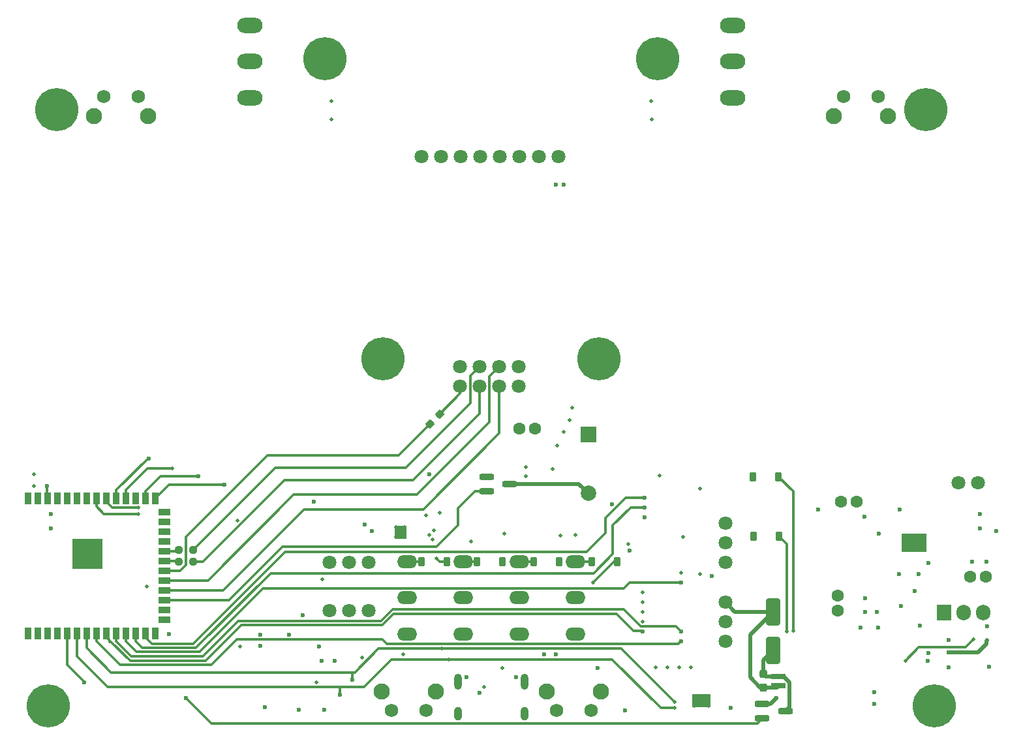
<source format=gbr>
%TF.GenerationSoftware,KiCad,Pcbnew,9.0.2*%
%TF.CreationDate,2025-08-14T19:07:51+07:00*%
%TF.ProjectId,Gamepad PCB,47616d65-7061-4642-9050-43422e6b6963,v03*%
%TF.SameCoordinates,Original*%
%TF.FileFunction,Copper,L4,Bot*%
%TF.FilePolarity,Positive*%
%FSLAX46Y46*%
G04 Gerber Fmt 4.6, Leading zero omitted, Abs format (unit mm)*
G04 Created by KiCad (PCBNEW 9.0.2) date 2025-08-14 19:07:51*
%MOMM*%
%LPD*%
G01*
G04 APERTURE LIST*
G04 Aperture macros list*
%AMRoundRect*
0 Rectangle with rounded corners*
0 $1 Rounding radius*
0 $2 $3 $4 $5 $6 $7 $8 $9 X,Y pos of 4 corners*
0 Add a 4 corners polygon primitive as box body*
4,1,4,$2,$3,$4,$5,$6,$7,$8,$9,$2,$3,0*
0 Add four circle primitives for the rounded corners*
1,1,$1+$1,$2,$3*
1,1,$1+$1,$4,$5*
1,1,$1+$1,$6,$7*
1,1,$1+$1,$8,$9*
0 Add four rect primitives between the rounded corners*
20,1,$1+$1,$2,$3,$4,$5,0*
20,1,$1+$1,$4,$5,$6,$7,0*
20,1,$1+$1,$6,$7,$8,$9,0*
20,1,$1+$1,$8,$9,$2,$3,0*%
G04 Aperture macros list end*
%TA.AperFunction,ComponentPad*%
%ADD10C,3.600000*%
%TD*%
%TA.AperFunction,ConnectorPad*%
%ADD11C,5.600000*%
%TD*%
%TA.AperFunction,ComponentPad*%
%ADD12O,2.600000X1.700000*%
%TD*%
%TA.AperFunction,ComponentPad*%
%ADD13C,2.100000*%
%TD*%
%TA.AperFunction,ComponentPad*%
%ADD14C,1.750000*%
%TD*%
%TA.AperFunction,ComponentPad*%
%ADD15C,1.800000*%
%TD*%
%TA.AperFunction,ComponentPad*%
%ADD16O,3.300000X2.000000*%
%TD*%
%TA.AperFunction,HeatsinkPad*%
%ADD17C,0.500000*%
%TD*%
%TA.AperFunction,HeatsinkPad*%
%ADD18R,1.600000X1.800000*%
%TD*%
%TA.AperFunction,HeatsinkPad*%
%ADD19R,2.400000X1.800000*%
%TD*%
%TA.AperFunction,ComponentPad*%
%ADD20R,2.000000X2.000000*%
%TD*%
%TA.AperFunction,ComponentPad*%
%ADD21C,2.000000*%
%TD*%
%TA.AperFunction,HeatsinkPad*%
%ADD22R,3.200000X2.400000*%
%TD*%
%TA.AperFunction,HeatsinkPad*%
%ADD23O,1.000000X2.100000*%
%TD*%
%TA.AperFunction,HeatsinkPad*%
%ADD24O,1.000000X1.800000*%
%TD*%
%TA.AperFunction,SMDPad,CuDef*%
%ADD25RoundRect,0.225000X0.225000X0.375000X-0.225000X0.375000X-0.225000X-0.375000X0.225000X-0.375000X0*%
%TD*%
%TA.AperFunction,SMDPad,CuDef*%
%ADD26RoundRect,0.200000X-0.750000X-0.200000X0.750000X-0.200000X0.750000X0.200000X-0.750000X0.200000X0*%
%TD*%
%TA.AperFunction,SMDPad,CuDef*%
%ADD27RoundRect,0.237500X0.250000X0.237500X-0.250000X0.237500X-0.250000X-0.237500X0.250000X-0.237500X0*%
%TD*%
%TA.AperFunction,ComponentPad*%
%ADD28C,1.600000*%
%TD*%
%TA.AperFunction,SMDPad,CuDef*%
%ADD29RoundRect,0.250000X-0.650000X1.500000X-0.650000X-1.500000X0.650000X-1.500000X0.650000X1.500000X0*%
%TD*%
%TA.AperFunction,SMDPad,CuDef*%
%ADD30R,0.900000X1.500000*%
%TD*%
%TA.AperFunction,SMDPad,CuDef*%
%ADD31R,1.500000X0.900000*%
%TD*%
%TA.AperFunction,HeatsinkPad*%
%ADD32C,0.600000*%
%TD*%
%TA.AperFunction,SMDPad,CuDef*%
%ADD33R,3.900000X3.900000*%
%TD*%
%TA.AperFunction,SMDPad,CuDef*%
%ADD34RoundRect,0.237500X0.237500X-0.300000X0.237500X0.300000X-0.237500X0.300000X-0.237500X-0.300000X0*%
%TD*%
%TA.AperFunction,SMDPad,CuDef*%
%ADD35RoundRect,0.237500X-0.008839X-0.344715X0.344715X0.008839X0.008839X0.344715X-0.344715X-0.008839X0*%
%TD*%
%TA.AperFunction,SMDPad,CuDef*%
%ADD36RoundRect,0.190000X0.780000X-0.190000X0.780000X0.190000X-0.780000X0.190000X-0.780000X-0.190000X0*%
%TD*%
%TA.AperFunction,ComponentPad*%
%ADD37R,1.905000X2.000000*%
%TD*%
%TA.AperFunction,ComponentPad*%
%ADD38O,1.905000X2.000000*%
%TD*%
%TA.AperFunction,ViaPad*%
%ADD39C,0.600000*%
%TD*%
%TA.AperFunction,ViaPad*%
%ADD40C,0.500000*%
%TD*%
%TA.AperFunction,Conductor*%
%ADD41C,0.500000*%
%TD*%
%TA.AperFunction,Conductor*%
%ADD42C,0.300000*%
%TD*%
G04 APERTURE END LIST*
D10*
%TO.P,H8,1*%
%TO.N,N/C*%
X168000000Y-90000000D03*
D11*
X168000000Y-90000000D03*
%TD*%
D10*
%TO.P,H5,1*%
%TO.N,N/C*%
X97610000Y-57610000D03*
D11*
X97610000Y-57610000D03*
%TD*%
D12*
%TO.P,SW19,1,A*%
%TO.N,Net-(D7-A)*%
X164940000Y-116300000D03*
%TO.P,SW19,2,B*%
%TO.N,Net-(SW11A-B)*%
X164940000Y-121000000D03*
%TO.P,SW19,3*%
%TO.N,N/C*%
X164940000Y-125700000D03*
%TD*%
D10*
%TO.P,H1,1*%
%TO.N,N/C*%
X132400000Y-51000000D03*
D11*
X132400000Y-51000000D03*
%TD*%
D13*
%TO.P,SW3,*%
%TO.N,*%
X146800000Y-133147501D03*
X139790000Y-133147500D03*
D14*
%TO.P,SW3,1,1*%
%TO.N,GND*%
X145550000Y-135637500D03*
%TO.P,SW3,2,2*%
%TO.N,/IO0*%
X141049999Y-135637500D03*
%TD*%
D10*
%TO.P,H2,1*%
%TO.N,N/C*%
X175600000Y-51000000D03*
D11*
X175600000Y-51000000D03*
%TD*%
D15*
%TO.P,J7,1,Pin_1*%
%TO.N,/IO17*%
X145000000Y-63750000D03*
%TO.P,J7,2,Pin_2*%
%TO.N,/IO18*%
X147540000Y-63750000D03*
%TO.P,J7,3,Pin_3*%
%TO.N,/IO19*%
X150079999Y-63750000D03*
%TO.P,J7,4,Pin_4*%
%TO.N,/IO20*%
X152620000Y-63750000D03*
%TO.P,J7,5,Pin_5*%
%TO.N,/MOSI*%
X155160000Y-63750000D03*
%TO.P,J7,6,Pin_6*%
%TO.N,/CLK*%
X157700000Y-63750000D03*
%TO.P,J7,7,Pin_7*%
%TO.N,+3.3V_Perip*%
X160240000Y-63750000D03*
%TO.P,J7,8,Pin_8*%
%TO.N,GND*%
X162780001Y-63750000D03*
%TD*%
D10*
%TO.P,H7,1*%
%TO.N,N/C*%
X140000000Y-90000000D03*
D11*
X140000000Y-90000000D03*
%TD*%
D16*
%TO.P,SW16,1,A*%
%TO.N,Net-(D10-A)*%
X185310000Y-56110000D03*
%TO.P,SW16,2,B*%
%TO.N,Net-(SW12A-B)*%
X185310000Y-51410000D03*
%TO.P,SW16,3*%
%TO.N,N/C*%
X185310000Y-46710000D03*
%TD*%
D17*
%TO.P,U11,11*%
%TO.N,N/C*%
X141670000Y-111820000D03*
X141670000Y-113120000D03*
D18*
X142220000Y-112470000D03*
D17*
X142770000Y-111820000D03*
X142770000Y-113120000D03*
%TD*%
D12*
%TO.P,SW7,1,A*%
%TO.N,Net-(D19-A)*%
X143060000Y-116300000D03*
%TO.P,SW7,2,B*%
%TO.N,Net-(SW11A-B)*%
X143060000Y-121000000D03*
%TO.P,SW7,3*%
%TO.N,N/C*%
X143060000Y-125700000D03*
%TD*%
D17*
%TO.P,U2,9,EP*%
%TO.N,unconnected-(U2-EP-Pad9)_6*%
X182250000Y-135025000D03*
%TO.N,unconnected-(U2-EP-Pad9)*%
X182250000Y-133725000D03*
%TO.N,unconnected-(U2-EP-Pad9)_5*%
X182249999Y-134375000D03*
D19*
%TO.N,unconnected-(U2-EP-Pad9)_4*%
X181300000Y-134375000D03*
D17*
%TO.N,unconnected-(U2-EP-Pad9)_3*%
X180350001Y-134375000D03*
%TO.N,unconnected-(U2-EP-Pad9)_7*%
X180350000Y-135025000D03*
%TO.N,unconnected-(U2-EP-Pad9)_2*%
X180350000Y-133725000D03*
%TD*%
D20*
%TO.P,BZ1,1,+*%
%TO.N,+3.3V_Perip*%
X166600000Y-99800000D03*
D21*
%TO.P,BZ1,2,-*%
%TO.N,Net-(BZ1--)*%
X166600000Y-107400001D03*
%TD*%
D12*
%TO.P,SW15,1,A*%
%TO.N,Net-(D11-A)*%
X157650000Y-116300000D03*
%TO.P,SW15,2,B*%
%TO.N,Net-(SW11A-B)*%
X157650000Y-121000000D03*
%TO.P,SW15,3*%
%TO.N,N/C*%
X157650000Y-125700000D03*
%TD*%
D16*
%TO.P,SW12,1,A*%
%TO.N,Net-(D14-A)*%
X122690000Y-56110000D03*
%TO.P,SW12,2,B*%
%TO.N,Net-(SW12A-B)*%
X122690000Y-51410000D03*
%TO.P,SW12,3*%
%TO.N,N/C*%
X122690000Y-46710000D03*
%TD*%
D17*
%TO.P,U7,9*%
%TO.N,N/C*%
X207500000Y-114800000D03*
X208850000Y-114800000D03*
X210200000Y-114800000D03*
D22*
X208850000Y-113850000D03*
D17*
X207500000Y-112900000D03*
X208850000Y-112900000D03*
X210200000Y-112900000D03*
%TD*%
D10*
%TO.P,H4,1*%
%TO.N,N/C*%
X211500000Y-135000000D03*
D11*
X211500000Y-135000000D03*
%TD*%
D10*
%TO.P,H6,1*%
%TO.N,N/C*%
X210390000Y-57610000D03*
D11*
X210390000Y-57610000D03*
%TD*%
D10*
%TO.P,H3,1*%
%TO.N,N/C*%
X96500000Y-135000000D03*
D11*
X96500000Y-135000000D03*
%TD*%
D23*
%TO.P,J1,S1,SHIELD*%
%TO.N,GND*%
X149680000Y-131895000D03*
D24*
X149680000Y-136075000D03*
D23*
X158320000Y-131895000D03*
D24*
X158320000Y-136075000D03*
%TD*%
D13*
%TO.P,SW2,*%
%TO.N,*%
X168250000Y-133147500D03*
X161240000Y-133147500D03*
D14*
%TO.P,SW2,1,1*%
%TO.N,GND*%
X167000000Y-135637500D03*
%TO.P,SW2,2,2*%
%TO.N,/EN*%
X162500000Y-135637500D03*
%TD*%
D12*
%TO.P,SW11,1,A*%
%TO.N,Net-(D15-A)*%
X150350000Y-116300000D03*
%TO.P,SW11,2,B*%
%TO.N,Net-(SW11A-B)*%
X150350000Y-121000000D03*
%TO.P,SW11,3*%
%TO.N,N/C*%
X150350000Y-125700000D03*
%TD*%
D25*
%TO.P,D13,1,K*%
%TO.N,Net-(D10-K)*%
X191350000Y-113000000D03*
%TO.P,D13,2,A*%
%TO.N,Net-(D13-A)*%
X188050000Y-113000000D03*
%TD*%
D15*
%TO.P,J6,1,Pin_1*%
%TO.N,+3.3V_Perip*%
X138080000Y-116400000D03*
%TO.P,J6,2,Pin_2*%
%TO.N,Net-(J6-Pin_2)*%
X135540000Y-116400000D03*
%TO.P,J6,3,Pin_3*%
%TO.N,GND*%
X133000000Y-116400000D03*
%TD*%
D26*
%TO.P,Q8,1*%
%TO.N,/IO48*%
X189200000Y-136650000D03*
%TO.P,Q8,2*%
%TO.N,GND*%
X189200000Y-134750000D03*
%TO.P,Q8,3*%
%TO.N,Net-(D4-A)*%
X192200000Y-135700000D03*
%TD*%
D27*
%TO.P,R12,1*%
%TO.N,/CLK*%
X115300000Y-116300000D03*
%TO.P,R12,2*%
%TO.N,Net-(U6-IO12)*%
X113475000Y-116300000D03*
%TD*%
D28*
%TO.P,C2,1*%
%TO.N,+3.3V*%
X159700000Y-99000000D03*
%TO.P,C2,2*%
%TO.N,GND*%
X157699999Y-99000000D03*
%TD*%
D29*
%TO.P,D4,1,K*%
%TO.N,+3.3V_Perip*%
X190600000Y-122800000D03*
%TO.P,D4,2,A*%
%TO.N,Net-(D4-A)*%
X190600000Y-127800000D03*
%TD*%
D30*
%TO.P,U6,1,GND*%
%TO.N,GND*%
X93880000Y-108085000D03*
%TO.P,U6,2,3V3*%
%TO.N,+3.3V*%
X95150000Y-108085000D03*
%TO.P,U6,3,EN*%
%TO.N,/EN*%
X96420000Y-108085000D03*
%TO.P,U6,4,IO4*%
%TO.N,unconnected-(U6-IO4-Pad4)*%
X97690000Y-108085000D03*
%TO.P,U6,5,IO5*%
%TO.N,unconnected-(U6-IO5-Pad5)*%
X98960000Y-108085000D03*
%TO.P,U6,6,IO6*%
%TO.N,unconnected-(U6-IO6-Pad6)*%
X100230000Y-108085000D03*
%TO.P,U6,7,IO7*%
%TO.N,unconnected-(U6-IO7-Pad7)*%
X101500000Y-108085000D03*
%TO.P,U6,8,IO15*%
%TO.N,/RGB_LED*%
X102770000Y-108085000D03*
%TO.P,U6,9,IO16*%
%TO.N,/DEFAULT_LED*%
X104040000Y-108085000D03*
%TO.P,U6,10,IO17*%
%TO.N,/IO17*%
X105310000Y-108085000D03*
%TO.P,U6,11,IO18*%
%TO.N,/IO18*%
X106580000Y-108085000D03*
%TO.P,U6,12,IO8*%
%TO.N,unconnected-(U6-IO8-Pad12)*%
X107850000Y-108085000D03*
%TO.P,U6,13,IO19*%
%TO.N,/IO19*%
X109120000Y-108085000D03*
%TO.P,U6,14,IO20*%
%TO.N,/IO20*%
X110390000Y-108085000D03*
D31*
%TO.P,U6,15,IO3*%
%TO.N,unconnected-(U6-IO3-Pad15)*%
X111640000Y-109850000D03*
%TO.P,U6,16,IO46*%
%TO.N,unconnected-(U6-IO46-Pad16)*%
X111640000Y-111120000D03*
%TO.P,U6,17,IO9*%
%TO.N,unconnected-(U6-IO9-Pad17)*%
X111640000Y-112390000D03*
%TO.P,U6,18,IO10*%
%TO.N,unconnected-(U6-IO10-Pad18)*%
X111640000Y-113660000D03*
%TO.P,U6,19,IO11*%
%TO.N,Net-(U6-IO11)*%
X111640000Y-114930000D03*
%TO.P,U6,20,IO12*%
%TO.N,Net-(U6-IO12)*%
X111640000Y-116200000D03*
%TO.P,U6,21,IO13*%
%TO.N,/MISO*%
X111640000Y-117470000D03*
%TO.P,U6,22,IO14*%
%TO.N,/IO14*%
X111640000Y-118740000D03*
%TO.P,U6,23,IO21*%
%TO.N,/IO21*%
X111640000Y-120010000D03*
%TO.P,U6,24,IO47*%
%TO.N,/IO47*%
X111640000Y-121280000D03*
%TO.P,U6,25,IO48*%
%TO.N,/IO48*%
X111640000Y-122550000D03*
%TO.P,U6,26,IO45*%
%TO.N,unconnected-(U6-IO45-Pad26)*%
X111640000Y-123820000D03*
D30*
%TO.P,U6,27,IO0*%
%TO.N,/IO0*%
X110390000Y-125585000D03*
%TO.P,U6,28,IO35*%
%TO.N,/IO35*%
X109120000Y-125585000D03*
%TO.P,U6,29,IO36*%
%TO.N,/IO36*%
X107850000Y-125585000D03*
%TO.P,U6,30,IO37*%
%TO.N,/IO37*%
X106580000Y-125585000D03*
%TO.P,U6,31,IO38*%
%TO.N,/IO38*%
X105310000Y-125585000D03*
%TO.P,U6,32,IO39*%
%TO.N,/IO39*%
X104040000Y-125585000D03*
%TO.P,U6,33,IO40*%
%TO.N,/IO40*%
X102770000Y-125585000D03*
%TO.P,U6,34,IO41*%
%TO.N,/SDA*%
X101500000Y-125585000D03*
%TO.P,U6,35,IO42*%
%TO.N,/SCL*%
X100230000Y-125585000D03*
%TO.P,U6,36,RXD0*%
%TO.N,/TXD*%
X98960000Y-125585000D03*
%TO.P,U6,37,TXD0*%
%TO.N,/RXD*%
X97690000Y-125585000D03*
%TO.P,U6,38,IO2*%
%TO.N,unconnected-(U6-IO2-Pad38)*%
X96420000Y-125585000D03*
%TO.P,U6,39,IO1*%
%TO.N,unconnected-(U6-IO1-Pad39)*%
X95150000Y-125585000D03*
%TO.P,U6,40,GND*%
%TO.N,GND*%
X93880000Y-125585000D03*
D32*
%TO.P,U6,41,GND*%
X102300000Y-113935000D03*
X100900000Y-113935000D03*
X103000000Y-114635000D03*
X101600000Y-114635000D03*
X100200000Y-114635000D03*
X102300000Y-115335000D03*
D33*
X101600000Y-115335000D03*
D32*
X100900000Y-115335000D03*
X103000000Y-116035000D03*
X101600000Y-116035000D03*
X100200000Y-116035000D03*
X102300000Y-116735000D03*
X100900000Y-116735000D03*
%TD*%
D28*
%TO.P,C6,1*%
%TO.N,Net-(D1-K)*%
X199000000Y-120699999D03*
%TO.P,C6,2*%
%TO.N,GND*%
X199000000Y-122699999D03*
%TD*%
D15*
%TO.P,J5,1,Pin_1*%
%TO.N,+3.3V_Perip*%
X138100000Y-122700000D03*
%TO.P,J5,2,Pin_2*%
%TO.N,Net-(J5-Pin_2)*%
X135560000Y-122700000D03*
%TO.P,J5,3,Pin_3*%
%TO.N,GND*%
X133020000Y-122700000D03*
%TD*%
D34*
%TO.P,C20,1*%
%TO.N,+3.3V_Perip*%
X189300000Y-132625002D03*
%TO.P,C20,2*%
%TO.N,Net-(D4-A)*%
X189300000Y-130900000D03*
%TD*%
D28*
%TO.P,C10,1*%
%TO.N,Net-(D1-K)*%
X199400000Y-108550000D03*
%TO.P,C10,2*%
%TO.N,GND*%
X201400000Y-108550000D03*
%TD*%
D25*
%TO.P,D11,1,K*%
%TO.N,Net-(D10-K)*%
X162800000Y-116300000D03*
%TO.P,D11,2,A*%
%TO.N,Net-(D11-A)*%
X159500000Y-116300000D03*
%TD*%
D35*
%TO.P,R14,1*%
%TO.N,/MISO*%
X146054765Y-98445235D03*
%TO.P,R14,2*%
%TO.N,Net-(U4-MISO)*%
X147345235Y-97154765D03*
%TD*%
D13*
%TO.P,SW4,*%
%TO.N,*%
X109475500Y-58452499D03*
X102465500Y-58452500D03*
D14*
%TO.P,SW4,1,1*%
%TO.N,Net-(SW12A-B)*%
X108225500Y-55962500D03*
%TO.P,SW4,2,2*%
%TO.N,Net-(D18-A)*%
X103725499Y-55962500D03*
%TD*%
D25*
%TO.P,D7,1,K*%
%TO.N,Net-(D6-K)*%
X170400000Y-116300000D03*
%TO.P,D7,2,A*%
%TO.N,Net-(D7-A)*%
X167100000Y-116300000D03*
%TD*%
D27*
%TO.P,R13,1*%
%TO.N,/MOSI*%
X115300000Y-114810000D03*
%TO.P,R13,2*%
%TO.N,Net-(U6-IO11)*%
X113475000Y-114810000D03*
%TD*%
D28*
%TO.P,C16,1*%
%TO.N,+BATT*%
X216200000Y-118300000D03*
%TO.P,C16,2*%
%TO.N,GND*%
X218200000Y-118300000D03*
%TD*%
D15*
%TO.P,J2,1,A*%
%TO.N,Net-(J2-A)*%
X214609999Y-106100000D03*
%TO.P,J2,2,B*%
%TO.N,Net-(J2-B)*%
X217149999Y-106100000D03*
%TD*%
D13*
%TO.P,SW8,*%
%TO.N,*%
X205475500Y-58452499D03*
X198465500Y-58452500D03*
D14*
%TO.P,SW8,1,1*%
%TO.N,Net-(D6-A)*%
X204225500Y-55962500D03*
%TO.P,SW8,2,2*%
%TO.N,Net-(SW12A-B)*%
X199725499Y-55962500D03*
%TD*%
D15*
%TO.P,J4,1,Pin_1*%
%TO.N,+3.3V_Perip*%
X184400000Y-111300000D03*
%TO.P,J4,2,Pin_2*%
%TO.N,Net-(J4-Pin_2)*%
X184400000Y-113840000D03*
%TO.P,J4,3,Pin_3*%
%TO.N,GND*%
X184400000Y-116380000D03*
%TD*%
D36*
%TO.P,M1,1,+*%
%TO.N,+3.3V_Perip*%
X191312500Y-132400000D03*
%TO.P,M1,2,-*%
%TO.N,Net-(D4-A)*%
X191312500Y-131200000D03*
%TD*%
D25*
%TO.P,D15,1,K*%
%TO.N,Net-(D14-K)*%
X155500000Y-116300000D03*
%TO.P,D15,2,A*%
%TO.N,Net-(D15-A)*%
X152200000Y-116300000D03*
%TD*%
D15*
%TO.P,U4,1,GND*%
%TO.N,GND*%
X157620000Y-93500000D03*
%TO.P,U4,2,VCC*%
%TO.N,+3.3V*%
X157620000Y-90960000D03*
%TO.P,U4,3,CE*%
%TO.N,/IO21*%
X155080000Y-93500000D03*
%TO.P,U4,4,~{CSN}*%
%TO.N,/IO14*%
X155080000Y-90960000D03*
%TO.P,U4,5,SCK*%
%TO.N,/CLK*%
X152540000Y-93500000D03*
%TO.P,U4,6,MOSI*%
%TO.N,/MOSI*%
X152540000Y-90960000D03*
%TO.P,U4,7,MISO*%
%TO.N,Net-(U4-MISO)*%
X150000000Y-93500000D03*
%TO.P,U4,8,IRQ*%
%TO.N,unconnected-(U4-IRQ-Pad8)*%
X150000000Y-90960000D03*
%TD*%
D25*
%TO.P,D9,1,K*%
%TO.N,Net-(D6-K)*%
X191300000Y-105300000D03*
%TO.P,D9,2,A*%
%TO.N,Net-(D9-A)*%
X188000000Y-105300000D03*
%TD*%
D15*
%TO.P,J3,1,Pin_1*%
%TO.N,+3.3V_Perip*%
X184400000Y-121600000D03*
%TO.P,J3,2,Pin_2*%
%TO.N,Net-(J3-Pin_2)*%
X184400000Y-124140000D03*
%TO.P,J3,3,Pin_3*%
%TO.N,GND*%
X184400000Y-126680000D03*
%TD*%
D26*
%TO.P,Q7,1*%
%TO.N,/IO47*%
X153400000Y-107200000D03*
%TO.P,Q7,2*%
%TO.N,GND*%
X153400000Y-105300000D03*
%TO.P,Q7,3*%
%TO.N,Net-(BZ1--)*%
X156400000Y-106250000D03*
%TD*%
D25*
%TO.P,D19,1,K*%
%TO.N,Net-(D18-K)*%
X148250000Y-116300000D03*
%TO.P,D19,2,A*%
%TO.N,Net-(D19-A)*%
X144950000Y-116300000D03*
%TD*%
D37*
%TO.P,Q3,1*%
%TO.N,Net-(Q3-Pad1)*%
X212820000Y-122950000D03*
D38*
%TO.P,Q3,2*%
%TO.N,+BATT*%
X215360000Y-122950000D03*
%TO.P,Q3,3*%
%TO.N,Net-(J2-A)*%
X217900000Y-122950000D03*
%TD*%
D39*
%TO.N,+3.3V_Perip*%
X202500000Y-121074998D03*
D40*
X147300000Y-110000000D03*
D39*
X182600000Y-118200002D03*
X137600000Y-111500000D03*
X169680053Y-108880053D03*
D40*
X146600000Y-112220000D03*
D39*
%TO.N,GND*%
X138500000Y-112300000D03*
X160900000Y-128350000D03*
D40*
X137300001Y-128750000D03*
D39*
X96900000Y-112000000D03*
X162425002Y-67400000D03*
D40*
X94637499Y-105000000D03*
D39*
X203700000Y-134800000D03*
X203699999Y-133239999D03*
X213400000Y-130000000D03*
X204100000Y-122800000D03*
X131000000Y-108500000D03*
D40*
X145553081Y-110297085D03*
D39*
X209500000Y-117900000D03*
D40*
X178900000Y-113079999D03*
D39*
X127756250Y-125770000D03*
X219587500Y-112337500D03*
D40*
X155500000Y-130100000D03*
D39*
X124050000Y-127270000D03*
D40*
X93880000Y-108085000D03*
D39*
X210750000Y-128200000D03*
D40*
X131300000Y-132000000D03*
D39*
X93880000Y-125585000D03*
X163400000Y-67400000D03*
X96899999Y-110150000D03*
X146000000Y-104925000D03*
X171400000Y-135575000D03*
X202450000Y-110500000D03*
X112162501Y-125700000D03*
X204224999Y-124875001D03*
X162400000Y-128374998D03*
X131700000Y-127300000D03*
X202500000Y-122800000D03*
X191000000Y-134000000D03*
X204300000Y-112650000D03*
X150800000Y-131320000D03*
X206900000Y-117900000D03*
D40*
X94637499Y-106500000D03*
D39*
X218600000Y-129925002D03*
D40*
X181100000Y-106850000D03*
D39*
X157200000Y-131320000D03*
X209000000Y-120100000D03*
D40*
X178650000Y-117729999D03*
D39*
X185100000Y-135262501D03*
X207175000Y-122100000D03*
D40*
X181150000Y-117925000D03*
X175900000Y-105125000D03*
D39*
X133700000Y-129200000D03*
D40*
X153091821Y-132548463D03*
D39*
X153400000Y-105300000D03*
%TO.N,+BATT*%
X218400000Y-124687500D03*
X210700000Y-129200000D03*
%TO.N,+3.3V*%
X201950000Y-124900002D03*
X131975000Y-129200000D03*
X95149999Y-108085000D03*
D40*
X162000000Y-104300000D03*
D39*
X124050000Y-125770000D03*
X132350000Y-135500000D03*
%TO.N,VBUS*%
X210755000Y-116500000D03*
X207000000Y-109549999D03*
X167800000Y-130100000D03*
X152481642Y-133350000D03*
X209650000Y-124600000D03*
D40*
X142600000Y-128300000D03*
%TO.N,Net-(C18-Pad1)*%
X158550000Y-105250000D03*
X207750000Y-129150000D03*
X216600000Y-126400000D03*
D39*
%TO.N,/EN*%
X96420000Y-108085000D03*
X96362501Y-106500000D03*
%TO.N,/DTR*%
X124630762Y-135150001D03*
X129081378Y-135490689D03*
%TO.N,Net-(Q5-Pad1)*%
X213400000Y-128100000D03*
D40*
X158550000Y-104050000D03*
X218400000Y-126512500D03*
D39*
X213350000Y-126450000D03*
D40*
%TO.N,Net-(D6-K)*%
X164500000Y-96300000D03*
X167200000Y-119000000D03*
X173650000Y-124079999D03*
X193200000Y-125300000D03*
X174850000Y-58900000D03*
X121400000Y-127300000D03*
X175400000Y-130000000D03*
X164940000Y-112840000D03*
D39*
%TO.N,Net-(U12-A2)*%
X171989237Y-114870002D03*
X129550000Y-123250000D03*
D40*
%TO.N,Net-(SW11A-B)*%
X171801323Y-114001323D03*
%TO.N,/SCL*%
X177800000Y-135300003D03*
X148500000Y-129000000D03*
D39*
X134400000Y-133575000D03*
%TO.N,/SDA*%
X136000000Y-131600000D03*
D40*
X177800000Y-134500000D03*
X147600000Y-127600000D03*
D39*
%TO.N,/IO17*%
X109600000Y-102900000D03*
D40*
%TO.N,/IO18*%
X112600000Y-104200000D03*
D39*
%TO.N,/IO20*%
X119400000Y-106300003D03*
%TO.N,/IO19*%
X116000000Y-105200000D03*
%TO.N,Net-(U8-OC)*%
X217400000Y-110100002D03*
X216400002Y-116300000D03*
%TO.N,Net-(U8-OD)*%
X217400000Y-112000000D03*
X218300000Y-116300000D03*
%TO.N,Net-(D9-A)*%
X188000000Y-105300000D03*
%TO.N,Net-(U12-A3)*%
X196460000Y-109500000D03*
X173900000Y-110540000D03*
D40*
%TO.N,Net-(J3-Pin_2)*%
X146400000Y-113470000D03*
%TO.N,Net-(J4-Pin_2)*%
X145970000Y-112870000D03*
D39*
%TO.N,/IO36*%
X173900000Y-109270001D03*
%TO.N,/IO35*%
X173900000Y-108000000D03*
%TO.N,/IO37*%
X178650000Y-119000000D03*
%TO.N,/IO38*%
X178650000Y-125350000D03*
%TO.N,/IO40*%
X178650000Y-126620001D03*
%TO.N,/IO39*%
X173650000Y-125350000D03*
%TO.N,/IO48*%
X114400000Y-134000000D03*
X111640000Y-122550000D03*
%TO.N,/IO0*%
X110437499Y-125700000D03*
D40*
%TO.N,Net-(D10-K)*%
X173650000Y-122810000D03*
X174800000Y-56500000D03*
X176900000Y-130000000D03*
X192400000Y-125400000D03*
X162800000Y-116300000D03*
X163000000Y-112900000D03*
X164200000Y-97900000D03*
X109300000Y-119500000D03*
D39*
%TO.N,Net-(D13-A)*%
X188050000Y-113000000D03*
D40*
%TO.N,Net-(D14-K)*%
X173650000Y-121540000D03*
X133300000Y-56500000D03*
X178400000Y-130000000D03*
X132100000Y-118600000D03*
X155500000Y-116300000D03*
X155700000Y-112700000D03*
X163400000Y-99500000D03*
%TO.N,Net-(D18-K)*%
X146900000Y-115900000D03*
X121050735Y-111000735D03*
X173650000Y-120270001D03*
X133300000Y-58900000D03*
X179900000Y-130000000D03*
X162600000Y-101200000D03*
X151400000Y-113700000D03*
%TO.N,/DEFAULT_LED*%
X108200000Y-109300000D03*
%TO.N,/RGB_LED*%
X108200000Y-110100000D03*
D39*
%TO.N,/TXD*%
X101200000Y-132000000D03*
%TO.N,/RXD*%
X97690000Y-125585000D03*
%TD*%
D41*
%TO.N,+3.3V_Perip*%
X191087498Y-132625002D02*
X191312500Y-132400000D01*
X187600000Y-131300000D02*
X188925002Y-132625002D01*
X189300000Y-132625002D02*
X191087498Y-132625002D01*
X188925002Y-132625002D02*
X189300000Y-132625002D01*
X184400000Y-121600000D02*
X185600000Y-122800000D01*
X187600000Y-125800000D02*
X187600000Y-131300000D01*
X185600000Y-122800000D02*
X190600000Y-122800000D01*
X190600000Y-122800000D02*
X187600000Y-125800000D01*
%TO.N,Net-(BZ1--)*%
X156400000Y-106250000D02*
X160449999Y-106250000D01*
X160449999Y-106250000D02*
X160499999Y-106200000D01*
X165399999Y-106200000D02*
X166600000Y-107400001D01*
X160499999Y-106200000D02*
X165399999Y-106200000D01*
%TO.N,GND*%
X189200000Y-134750000D02*
X190250000Y-134750000D01*
X190250000Y-134750000D02*
X191000000Y-134000000D01*
D42*
%TO.N,Net-(C18-Pad1)*%
X207750000Y-129150000D02*
X209500000Y-127400000D01*
X215600000Y-127400000D02*
X216600000Y-126400000D01*
X209500000Y-127400000D02*
X215600000Y-127400000D01*
D41*
%TO.N,Net-(D4-A)*%
X192733500Y-135166500D02*
X192200000Y-135700000D01*
X189300000Y-130900000D02*
X189300000Y-129100000D01*
X192733500Y-131939226D02*
X192733500Y-135166500D01*
X191994274Y-131200000D02*
X192733500Y-131939226D01*
X189600000Y-131200000D02*
X189300000Y-130900000D01*
X191312500Y-131200000D02*
X189600000Y-131200000D01*
X189300000Y-129100000D02*
X190600000Y-127800000D01*
D42*
%TO.N,/EN*%
X96362501Y-108027501D02*
X96362501Y-106500000D01*
%TO.N,/CLK*%
X116600000Y-116300000D02*
X127200000Y-105700000D01*
X152540000Y-97060000D02*
X152540000Y-93500000D01*
X115300000Y-116300000D02*
X116600000Y-116300000D01*
X127200000Y-105700000D02*
X143900000Y-105700000D01*
X143900000Y-105700000D02*
X152540000Y-97060000D01*
%TO.N,/MOSI*%
X151289000Y-95711000D02*
X151289000Y-92211000D01*
X142900000Y-104100000D02*
X151289000Y-95711000D01*
X126010000Y-104100000D02*
X142900000Y-104100000D01*
X115300000Y-114810000D02*
X126010000Y-104100000D01*
X151289000Y-92211000D02*
X152540000Y-90960000D01*
D41*
%TO.N,Net-(Q5-Pad1)*%
X218400000Y-126512500D02*
X218300000Y-126612500D01*
X218300000Y-126612500D02*
X218300000Y-127000000D01*
X218300000Y-127000000D02*
X217200000Y-128100000D01*
X217200000Y-128100000D02*
X213400000Y-128100000D01*
D42*
%TO.N,Net-(D6-K)*%
X193200000Y-107200000D02*
X193200000Y-125300000D01*
X191300000Y-105300000D02*
X193200000Y-107200000D01*
X170400000Y-116300000D02*
X169900000Y-116300000D01*
X169900000Y-116300000D02*
X167200000Y-119000000D01*
%TO.N,/IO21*%
X111640000Y-120010000D02*
X119190000Y-120010000D01*
X155080000Y-99620000D02*
X155080000Y-93500000D01*
X145200000Y-109500000D02*
X155080000Y-99620000D01*
X119190000Y-120010000D02*
X129700000Y-109500000D01*
X129700000Y-109500000D02*
X145200000Y-109500000D01*
%TO.N,/MISO*%
X111640000Y-117470000D02*
X113631346Y-117470000D01*
X114400000Y-116701346D02*
X114400000Y-113100000D01*
X113631346Y-117470000D02*
X114400000Y-116701346D01*
X125000000Y-102500000D02*
X142000000Y-102500000D01*
X142000000Y-102500000D02*
X146054765Y-98445235D01*
X114400000Y-113100000D02*
X125000000Y-102500000D01*
%TO.N,/SCL*%
X162130346Y-129025998D02*
X162104348Y-129000000D01*
X162695652Y-129000000D02*
X162669654Y-129025998D01*
X137500000Y-132600000D02*
X134400000Y-132600000D01*
X169700000Y-129000000D02*
X162695652Y-129000000D01*
X104200000Y-132600000D02*
X100230000Y-128630000D01*
X100230000Y-128630000D02*
X100230000Y-125585000D01*
X134400000Y-132600000D02*
X134400000Y-133575000D01*
X177800000Y-135300003D02*
X176000003Y-135300003D01*
X141100000Y-129000000D02*
X137500000Y-132600000D01*
X162104348Y-129000000D02*
X141100000Y-129000000D01*
X176000003Y-135300003D02*
X169700000Y-129000000D01*
X162669654Y-129025998D02*
X162130346Y-129025998D01*
X134400000Y-132600000D02*
X104200000Y-132600000D01*
%TO.N,/SDA*%
X104700000Y-130700000D02*
X101500000Y-127500000D01*
X136000000Y-130700000D02*
X104700000Y-130700000D01*
X147600000Y-127600000D02*
X170900000Y-127600000D01*
X170900000Y-127600000D02*
X177800000Y-134500000D01*
X136000000Y-130700000D02*
X136000000Y-131600000D01*
X139400000Y-127600000D02*
X136300000Y-130700000D01*
X136300000Y-130700000D02*
X136000000Y-130700000D01*
X101500000Y-127500000D02*
X101500000Y-125585000D01*
X147600000Y-127600000D02*
X139400000Y-127600000D01*
%TO.N,/IO14*%
X128400000Y-107600000D02*
X144400000Y-107600000D01*
X111640000Y-118740000D02*
X117260000Y-118740000D01*
X117260000Y-118740000D02*
X128400000Y-107600000D01*
X153800000Y-92240000D02*
X155080000Y-90960000D01*
X153800000Y-98200000D02*
X153800000Y-92240000D01*
X144400000Y-107600000D02*
X153800000Y-98200000D01*
%TO.N,/IO17*%
X109445000Y-102900000D02*
X105310000Y-107035000D01*
X109600000Y-102900000D02*
X109445000Y-102900000D01*
X105310000Y-107035000D02*
X105310000Y-108085000D01*
%TO.N,Net-(D7-A)*%
X164940000Y-116300000D02*
X166991480Y-116300000D01*
%TO.N,/IO18*%
X109400000Y-104200000D02*
X112600000Y-104200000D01*
X106580000Y-107035000D02*
X108915003Y-104699997D01*
X106580000Y-108085000D02*
X106580000Y-107035000D01*
X108915003Y-104684997D02*
X109400000Y-104200000D01*
X108915003Y-104699997D02*
X108915003Y-104684997D01*
%TO.N,/IO20*%
X119400000Y-106300003D02*
X112174997Y-106300003D01*
X112174997Y-106300003D02*
X110390000Y-108085000D01*
%TO.N,/IO19*%
X109120000Y-107180000D02*
X109120000Y-108085000D01*
X116000000Y-105200000D02*
X111100000Y-105200000D01*
X111100000Y-105200000D02*
X109120000Y-107180000D01*
%TO.N,Net-(U6-IO12)*%
X111640000Y-116200000D02*
X113375000Y-116200000D01*
%TO.N,Net-(U6-IO11)*%
X111640000Y-114930000D02*
X113355000Y-114930000D01*
%TO.N,Net-(U4-MISO)*%
X150000000Y-94500000D02*
X150000000Y-93499999D01*
X147345235Y-97154765D02*
X150000000Y-94500000D01*
%TO.N,/IO36*%
X107850000Y-126635000D02*
X108716000Y-127501000D01*
X172129999Y-109270001D02*
X173900000Y-109270001D01*
X169800000Y-111600000D02*
X172129999Y-109270001D01*
X169800000Y-115300000D02*
X169800000Y-111600000D01*
X115699000Y-127501000D02*
X125400000Y-117800000D01*
X125400000Y-117800000D02*
X167300000Y-117800000D01*
X107850000Y-125585000D02*
X107850000Y-126635000D01*
X167300000Y-117800000D02*
X169800000Y-115300000D01*
X108716000Y-127501000D02*
X115699000Y-127501000D01*
%TO.N,/IO35*%
X166349000Y-115000000D02*
X168800000Y-112549000D01*
X109120000Y-126120000D02*
X110000000Y-127000000D01*
X171479346Y-108000000D02*
X173900000Y-108000000D01*
X168800000Y-110679346D02*
X171479346Y-108000000D01*
X115300000Y-127000000D02*
X127300000Y-115000000D01*
X110000000Y-127000000D02*
X115300000Y-127000000D01*
X168800000Y-112549000D02*
X168800000Y-110679346D01*
X127300000Y-115000000D02*
X166349000Y-115000000D01*
%TO.N,/IO37*%
X172000000Y-119000000D02*
X178650000Y-119000000D01*
X124400000Y-119800000D02*
X171200000Y-119800000D01*
X116198000Y-128002000D02*
X124400000Y-119800000D01*
X107947000Y-128002000D02*
X116198000Y-128002000D01*
X171200000Y-119800000D02*
X172000000Y-119000000D01*
X106580000Y-126635000D02*
X107947000Y-128002000D01*
X106580000Y-125585000D02*
X106580000Y-126635000D01*
%TO.N,/IO38*%
X139700000Y-124000000D02*
X141200000Y-122500000D01*
X173401057Y-124680999D02*
X177980999Y-124680999D01*
X107275000Y-128600000D02*
X116600000Y-128600000D01*
X121200000Y-124000000D02*
X139700000Y-124000000D01*
X171220058Y-122500000D02*
X173401057Y-124680999D01*
X105310000Y-125585000D02*
X105310000Y-126635000D01*
X116600000Y-128600000D02*
X121200000Y-124000000D01*
X105310000Y-126635000D02*
X107275000Y-128600000D01*
X141200000Y-122500000D02*
X171220058Y-122500000D01*
X177980999Y-124680999D02*
X178650000Y-125350000D01*
%TO.N,/IO40*%
X139900000Y-126421000D02*
X140479000Y-127000000D01*
X140479000Y-127000000D02*
X178270001Y-127000000D01*
X118280346Y-129099000D02*
X118301000Y-129099000D01*
X102770000Y-125585000D02*
X102770000Y-126635000D01*
X102770000Y-126635000D02*
X105836000Y-129701000D01*
X178270001Y-127000000D02*
X178650000Y-126620001D01*
X105836000Y-129701000D02*
X117699000Y-129701000D01*
X117899000Y-129480346D02*
X118280346Y-129099000D01*
X117899000Y-129501000D02*
X117899000Y-129480346D01*
X120979000Y-126421000D02*
X139900000Y-126421000D01*
X117699000Y-129701000D02*
X117899000Y-129501000D01*
X118301000Y-129099000D02*
X120979000Y-126421000D01*
%TO.N,/IO39*%
X141308520Y-123100000D02*
X170300000Y-123100000D01*
X104040000Y-126073520D02*
X104509000Y-126542520D01*
X173600000Y-125300000D02*
X173650000Y-125350000D01*
X104509000Y-126686000D02*
X104652480Y-126686000D01*
X107166480Y-129200000D02*
X116900000Y-129200000D01*
X116900000Y-129200000D02*
X121599000Y-124501000D01*
X104652480Y-126686000D02*
X107166480Y-129200000D01*
X121599000Y-124501000D02*
X139907520Y-124501000D01*
X172500000Y-125300000D02*
X173600000Y-125300000D01*
X104509000Y-126542520D02*
X104509000Y-126686000D01*
X139907520Y-124501000D02*
X141308520Y-123100000D01*
X170300000Y-123100000D02*
X172500000Y-125300000D01*
%TO.N,/IO48*%
X117726000Y-137326000D02*
X114400000Y-134000000D01*
X189200000Y-136650000D02*
X188524000Y-137326000D01*
X188524000Y-137326000D02*
X117726000Y-137326000D01*
%TO.N,/IO47*%
X146900000Y-114400000D02*
X126900000Y-114400000D01*
X120020000Y-121280000D02*
X111640000Y-121280000D01*
X149700000Y-109400000D02*
X149700000Y-111600000D01*
X126900000Y-114400000D02*
X120020000Y-121280000D01*
X153400000Y-107200000D02*
X151900000Y-107200000D01*
X151900000Y-107200000D02*
X149700000Y-109400000D01*
X149700000Y-111600000D02*
X146900000Y-114400000D01*
%TO.N,Net-(D10-K)*%
X191350000Y-113000000D02*
X192400000Y-114050000D01*
X192400000Y-114050000D02*
X192400000Y-125400000D01*
%TO.N,Net-(D11-A)*%
X157650000Y-116300000D02*
X159500000Y-116300000D01*
%TO.N,Net-(D15-A)*%
X150350000Y-116300000D02*
X152200000Y-116300000D01*
%TO.N,Net-(D18-K)*%
X148250000Y-116300000D02*
X147300000Y-116300000D01*
X147300000Y-116300000D02*
X146900000Y-115900000D01*
%TO.N,Net-(D19-A)*%
X143060000Y-116300000D02*
X144950000Y-116300000D01*
%TO.N,/DEFAULT_LED*%
X104040000Y-108540000D02*
X104800000Y-109300000D01*
X104800000Y-109300000D02*
X108200000Y-109300000D01*
%TO.N,/RGB_LED*%
X102770000Y-109135000D02*
X103735000Y-110100000D01*
X103735000Y-110100000D02*
X108200000Y-110100000D01*
X102770000Y-108085000D02*
X102770000Y-109135000D01*
%TO.N,/TXD*%
X98960000Y-129660000D02*
X98960000Y-125585000D01*
X101200000Y-132000000D02*
X101200000Y-131900000D01*
X101200000Y-131900000D02*
X98960000Y-129660000D01*
%TD*%
M02*

</source>
